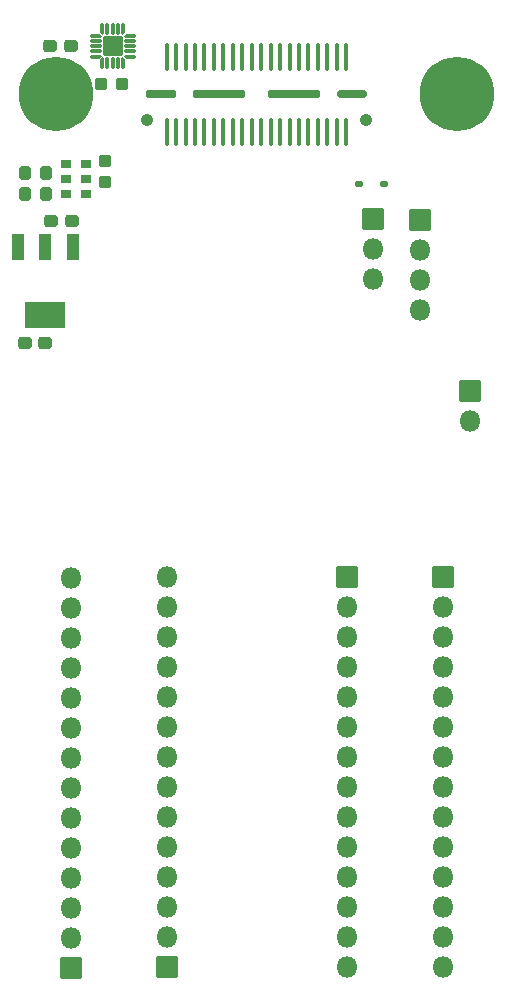
<source format=gbr>
%TF.GenerationSoftware,KiCad,Pcbnew,7.0.1*%
%TF.CreationDate,2023-09-03T17:39:56-04:00*%
%TF.ProjectId,syzygy-breakout-flash-1V8,73797a79-6779-42d6-9272-65616b6f7574,r1.0*%
%TF.SameCoordinates,PX66851e0PY4d70380*%
%TF.FileFunction,Soldermask,Bot*%
%TF.FilePolarity,Negative*%
%FSLAX46Y46*%
G04 Gerber Fmt 4.6, Leading zero omitted, Abs format (unit mm)*
G04 Created by KiCad (PCBNEW 7.0.1) date 2023-09-03 17:39:56*
%MOMM*%
%LPD*%
G01*
G04 APERTURE LIST*
G04 Aperture macros list*
%AMRoundRect*
0 Rectangle with rounded corners*
0 $1 Rounding radius*
0 $2 $3 $4 $5 $6 $7 $8 $9 X,Y pos of 4 corners*
0 Add a 4 corners polygon primitive as box body*
4,1,4,$2,$3,$4,$5,$6,$7,$8,$9,$2,$3,0*
0 Add four circle primitives for the rounded corners*
1,1,$1+$1,$2,$3*
1,1,$1+$1,$4,$5*
1,1,$1+$1,$6,$7*
1,1,$1+$1,$8,$9*
0 Add four rect primitives between the rounded corners*
20,1,$1+$1,$2,$3,$4,$5,0*
20,1,$1+$1,$4,$5,$6,$7,0*
20,1,$1+$1,$6,$7,$8,$9,0*
20,1,$1+$1,$8,$9,$2,$3,0*%
%AMFreePoly0*
4,1,27,0.394441,0.171933,0.429796,0.157288,0.457288,0.129796,0.471933,0.094441,0.475800,0.075000,0.475800,0.045711,0.471933,0.026270,0.457288,-0.009085,0.446276,-0.025565,0.325565,-0.146276,0.309085,-0.157288,0.273730,-0.171933,0.254289,-0.175800,-0.375000,-0.175800,-0.394441,-0.171933,-0.429796,-0.157288,-0.457288,-0.129796,-0.471933,-0.094441,-0.475800,-0.075000,-0.475800,0.075000,
-0.471933,0.094441,-0.457288,0.129796,-0.429796,0.157288,-0.394441,0.171933,-0.375000,0.175800,0.375000,0.175800,0.394441,0.171933,0.394441,0.171933,$1*%
%AMFreePoly1*
4,1,27,0.273730,0.171933,0.309085,0.157288,0.325565,0.146276,0.446276,0.025565,0.457288,0.009085,0.471933,-0.026270,0.475800,-0.045711,0.475800,-0.075000,0.471933,-0.094441,0.457288,-0.129796,0.429796,-0.157288,0.394441,-0.171933,0.375000,-0.175800,-0.375000,-0.175800,-0.394441,-0.171933,-0.429796,-0.157288,-0.457288,-0.129796,-0.471933,-0.094441,-0.475800,-0.075000,-0.475800,0.075000,
-0.471933,0.094441,-0.457288,0.129796,-0.429796,0.157288,-0.394441,0.171933,-0.375000,0.175800,0.254289,0.175800,0.273730,0.171933,0.273730,0.171933,$1*%
%AMFreePoly2*
4,1,27,0.094441,0.471933,0.129796,0.457288,0.157288,0.429796,0.171933,0.394441,0.175800,0.375000,0.175800,-0.375000,0.171933,-0.394441,0.157288,-0.429796,0.129796,-0.457288,0.094441,-0.471933,0.075000,-0.475800,0.045711,-0.475800,0.026270,-0.471933,-0.009085,-0.457288,-0.025565,-0.446276,-0.146276,-0.325565,-0.157288,-0.309085,-0.171933,-0.273730,-0.175800,-0.254289,-0.175800,0.375000,
-0.171933,0.394441,-0.157288,0.429796,-0.129796,0.457288,-0.094441,0.471933,-0.075000,0.475800,0.075000,0.475800,0.094441,0.471933,0.094441,0.471933,$1*%
%AMFreePoly3*
4,1,27,0.094441,0.471933,0.129796,0.457288,0.157288,0.429796,0.171933,0.394441,0.175800,0.375000,0.175800,-0.254289,0.171933,-0.273730,0.157288,-0.309085,0.146276,-0.325565,0.025565,-0.446276,0.009085,-0.457288,-0.026270,-0.471933,-0.045711,-0.475800,-0.075000,-0.475800,-0.094441,-0.471933,-0.129796,-0.457288,-0.157288,-0.429796,-0.171933,-0.394441,-0.175800,-0.375000,-0.175800,0.375000,
-0.171933,0.394441,-0.157288,0.429796,-0.129796,0.457288,-0.094441,0.471933,-0.075000,0.475800,0.075000,0.475800,0.094441,0.471933,0.094441,0.471933,$1*%
%AMFreePoly4*
4,1,27,0.394441,0.171933,0.429796,0.157288,0.457288,0.129796,0.471933,0.094441,0.475800,0.075000,0.475800,-0.075000,0.471933,-0.094441,0.457288,-0.129796,0.429796,-0.157288,0.394441,-0.171933,0.375000,-0.175800,-0.375000,-0.175800,-0.394441,-0.171933,-0.429796,-0.157288,-0.457288,-0.129796,-0.471933,-0.094441,-0.475800,-0.075000,-0.475800,-0.045711,-0.471933,-0.026271,-0.457288,0.009085,
-0.446276,0.025566,-0.325564,0.146276,-0.309084,0.157288,-0.273730,0.171933,-0.254289,0.175800,0.375000,0.175800,0.394441,0.171933,0.394441,0.171933,$1*%
%AMFreePoly5*
4,1,27,0.394441,0.171933,0.429796,0.157288,0.457288,0.129796,0.471933,0.094441,0.475800,0.075000,0.475800,-0.075000,0.471933,-0.094441,0.457288,-0.129796,0.429796,-0.157288,0.394441,-0.171933,0.375000,-0.175800,-0.254289,-0.175800,-0.273730,-0.171933,-0.309085,-0.157288,-0.325565,-0.146276,-0.446276,-0.025565,-0.457288,-0.009085,-0.471933,0.026270,-0.475800,0.045711,-0.475800,0.075000,
-0.471933,0.094441,-0.457288,0.129796,-0.429796,0.157288,-0.394441,0.171933,-0.375000,0.175800,0.375000,0.175800,0.394441,0.171933,0.394441,0.171933,$1*%
%AMFreePoly6*
4,1,27,-0.026270,0.471933,0.009085,0.457288,0.025565,0.446276,0.146276,0.325565,0.157288,0.309085,0.171933,0.273730,0.175800,0.254289,0.175800,-0.375000,0.171933,-0.394441,0.157288,-0.429796,0.129796,-0.457288,0.094441,-0.471933,0.075000,-0.475800,-0.075000,-0.475800,-0.094441,-0.471933,-0.129796,-0.457288,-0.157288,-0.429796,-0.171933,-0.394441,-0.175800,-0.375000,-0.175800,0.375000,
-0.171933,0.394441,-0.157288,0.429796,-0.129796,0.457288,-0.094441,0.471933,-0.075000,0.475800,-0.045711,0.475800,-0.026270,0.471933,-0.026270,0.471933,$1*%
%AMFreePoly7*
4,1,27,0.094441,0.471933,0.129796,0.457288,0.157288,0.429796,0.171933,0.394441,0.175800,0.375000,0.175800,-0.375000,0.171933,-0.394441,0.157288,-0.429796,0.129796,-0.457288,0.094441,-0.471933,0.075000,-0.475800,-0.075000,-0.475800,-0.094441,-0.471933,-0.129796,-0.457288,-0.157288,-0.429796,-0.171933,-0.394441,-0.175800,-0.375000,-0.175800,0.254289,-0.171933,0.273730,-0.157288,0.309085,
-0.146276,0.325565,-0.025565,0.446276,-0.009085,0.457288,0.026270,0.471933,0.045711,0.475800,0.075000,0.475800,0.094441,0.471933,0.094441,0.471933,$1*%
G04 Aperture macros list end*
%ADD10RoundRect,0.050800X-0.850000X-0.850000X0.850000X-0.850000X0.850000X0.850000X-0.850000X0.850000X0*%
%ADD11O,1.801600X1.801600*%
%ADD12RoundRect,0.050800X0.850000X0.850000X-0.850000X0.850000X-0.850000X-0.850000X0.850000X-0.850000X0*%
%ADD13C,6.301600*%
%ADD14C,1.051600*%
%ADD15RoundRect,0.110800X0.090000X1.040000X-0.090000X1.040000X-0.090000X-1.040000X0.090000X-1.040000X0*%
%ADD16RoundRect,0.150800X-1.100000X0.150000X-1.100000X-0.150000X1.100000X-0.150000X1.100000X0.150000X0*%
%ADD17RoundRect,0.150800X-2.075000X0.150000X-2.075000X-0.150000X2.075000X-0.150000X2.075000X0.150000X0*%
%ADD18RoundRect,0.150800X-1.150000X0.150000X-1.150000X-0.150000X1.150000X-0.150000X1.150000X0.150000X0*%
%ADD19RoundRect,0.288300X0.237500X-0.300000X0.237500X0.300000X-0.237500X0.300000X-0.237500X-0.300000X0*%
%ADD20RoundRect,0.288300X-0.250000X-0.237500X0.250000X-0.237500X0.250000X0.237500X-0.250000X0.237500X0*%
%ADD21RoundRect,0.163300X0.187500X0.112500X-0.187500X0.112500X-0.187500X-0.112500X0.187500X-0.112500X0*%
%ADD22RoundRect,0.288300X-0.300000X-0.237500X0.300000X-0.237500X0.300000X0.237500X-0.300000X0.237500X0*%
%ADD23RoundRect,0.200800X-0.250000X-0.150000X0.250000X-0.150000X0.250000X0.150000X-0.250000X0.150000X0*%
%ADD24RoundRect,0.288300X0.300000X0.237500X-0.300000X0.237500X-0.300000X-0.237500X0.300000X-0.237500X0*%
%ADD25RoundRect,0.050800X-0.475000X-1.075000X0.475000X-1.075000X0.475000X1.075000X-0.475000X1.075000X0*%
%ADD26RoundRect,0.050800X-1.625000X-1.075000X1.625000X-1.075000X1.625000X1.075000X-1.625000X1.075000X0*%
%ADD27RoundRect,0.288300X0.237500X-0.250000X0.237500X0.250000X-0.237500X0.250000X-0.237500X-0.250000X0*%
%ADD28FreePoly0,90.000000*%
%ADD29RoundRect,0.113300X0.062500X-0.362500X0.062500X0.362500X-0.062500X0.362500X-0.062500X-0.362500X0*%
%ADD30FreePoly1,90.000000*%
%ADD31FreePoly2,90.000000*%
%ADD32RoundRect,0.113300X0.362500X-0.062500X0.362500X0.062500X-0.362500X0.062500X-0.362500X-0.062500X0*%
%ADD33FreePoly3,90.000000*%
%ADD34FreePoly4,90.000000*%
%ADD35FreePoly5,90.000000*%
%ADD36FreePoly6,90.000000*%
%ADD37FreePoly7,90.000000*%
%ADD38RoundRect,0.050800X0.800000X-0.800000X0.800000X0.800000X-0.800000X0.800000X-0.800000X-0.800000X0*%
G04 APERTURE END LIST*
D10*
X40534000Y-34427000D03*
D11*
X40534000Y-36967000D03*
D10*
X30120000Y-50180000D03*
D11*
X30120000Y-52720000D03*
X30120000Y-55260000D03*
X30120000Y-57800000D03*
X30120000Y-60340000D03*
X30120000Y-62880000D03*
X30120000Y-65420000D03*
X30120000Y-67960000D03*
X30120000Y-70500000D03*
X30120000Y-73040000D03*
X30120000Y-75580000D03*
X30120000Y-78120000D03*
X30120000Y-80660000D03*
X30120000Y-83200000D03*
D10*
X36298000Y-19892000D03*
D11*
X36298000Y-22432000D03*
X36298000Y-24972000D03*
X36298000Y-27512000D03*
D10*
X32368300Y-19864400D03*
D11*
X32368300Y-22404400D03*
X32368300Y-24944400D03*
D12*
X14877200Y-83200000D03*
D11*
X14877200Y-80660000D03*
X14877200Y-78120000D03*
X14877200Y-75580000D03*
X14877200Y-73040000D03*
X14877200Y-70500000D03*
X14877200Y-67960000D03*
X14877200Y-65420000D03*
X14877200Y-62880000D03*
X14877200Y-60340000D03*
X14877200Y-57800000D03*
X14877200Y-55260000D03*
X14877200Y-52720000D03*
X14877200Y-50180000D03*
D10*
X38248000Y-50180000D03*
D11*
X38248000Y-52720000D03*
X38248000Y-55260000D03*
X38248000Y-57800000D03*
X38248000Y-60340000D03*
X38248000Y-62880000D03*
X38248000Y-65420000D03*
X38248000Y-67960000D03*
X38248000Y-70500000D03*
X38248000Y-73040000D03*
X38248000Y-75580000D03*
X38248000Y-78120000D03*
X38248000Y-80660000D03*
X38248000Y-83200000D03*
D12*
X6749200Y-83290400D03*
D11*
X6749200Y-80750400D03*
X6749200Y-78210400D03*
X6749200Y-75670400D03*
X6749200Y-73130400D03*
X6749200Y-70590400D03*
X6749200Y-68050400D03*
X6749200Y-65510400D03*
X6749200Y-62970400D03*
X6749200Y-60430400D03*
X6749200Y-57890400D03*
X6749200Y-55350400D03*
X6749200Y-52810400D03*
X6749200Y-50270400D03*
D13*
X39482000Y-9286000D03*
D14*
X31722000Y-11436000D03*
X13242000Y-11436000D03*
D13*
X5482000Y-9286000D03*
D15*
X14882000Y-12486000D03*
X14882000Y-6086000D03*
X15682000Y-12486000D03*
X15682000Y-6086000D03*
X16482000Y-12486000D03*
X16482000Y-6086000D03*
X17282000Y-12486000D03*
X17282000Y-6086000D03*
X18082000Y-12486000D03*
X18082000Y-6086000D03*
X18882000Y-12486000D03*
X18882000Y-6086000D03*
X19682000Y-12486000D03*
X19682000Y-6086000D03*
X20482000Y-12486000D03*
X20482000Y-6086000D03*
X21282000Y-12486000D03*
X21282000Y-6086000D03*
X22082000Y-12486000D03*
X22082000Y-6086000D03*
X22882000Y-12486000D03*
X22882000Y-6086000D03*
X23682000Y-12486000D03*
X23682000Y-6086000D03*
X24482000Y-12486000D03*
X24482000Y-6086000D03*
X25282000Y-12486000D03*
X25282000Y-6086000D03*
X26082000Y-12486000D03*
X26082000Y-6086000D03*
X26882000Y-12486000D03*
X26882000Y-6086000D03*
X27682000Y-12486000D03*
X27682000Y-6086000D03*
X28482000Y-12486000D03*
X28482000Y-6086000D03*
X29282000Y-12486000D03*
X29282000Y-6086000D03*
X30082000Y-12486000D03*
X30082000Y-6086000D03*
D16*
X30532000Y-9286000D03*
D17*
X25632000Y-9286000D03*
X19332000Y-9286000D03*
D18*
X14432000Y-9286000D03*
D19*
X2885200Y-17686400D03*
X2885200Y-15961400D03*
D20*
X9293000Y-8371800D03*
X11118000Y-8371800D03*
D21*
X33284000Y-16844000D03*
X31184000Y-16844000D03*
D22*
X5124700Y-19993600D03*
X6849700Y-19993600D03*
D19*
X4662100Y-17682200D03*
X4662100Y-15957200D03*
D23*
X6360100Y-17682200D03*
X6360100Y-16432200D03*
X6360100Y-15182200D03*
X8010100Y-15182200D03*
X8010100Y-16432200D03*
X8010100Y-17682200D03*
D24*
X4615600Y-30356800D03*
X2890600Y-30356800D03*
X6742500Y-5230000D03*
X5017500Y-5230000D03*
D25*
X2315600Y-22194600D03*
X4615600Y-22194600D03*
X6915600Y-22194600D03*
D26*
X4615600Y-27994600D03*
D27*
X9658700Y-16713200D03*
X9658700Y-14888200D03*
D28*
X11208000Y-6653000D03*
D29*
X10758000Y-6653000D03*
X10308000Y-6653000D03*
X9858000Y-6653000D03*
D30*
X9408000Y-6653000D03*
D31*
X8858000Y-6103000D03*
D32*
X8858000Y-5653000D03*
X8858000Y-5203000D03*
X8858000Y-4753000D03*
D33*
X8858000Y-4303000D03*
D34*
X9408000Y-3753000D03*
D29*
X9858000Y-3753000D03*
X10308000Y-3753000D03*
X10758000Y-3753000D03*
D35*
X11208000Y-3753000D03*
D36*
X11758000Y-4303000D03*
D32*
X11758000Y-4753000D03*
X11758000Y-5203000D03*
X11758000Y-5653000D03*
D37*
X11758000Y-6103000D03*
D38*
X10308000Y-5203000D03*
M02*

</source>
